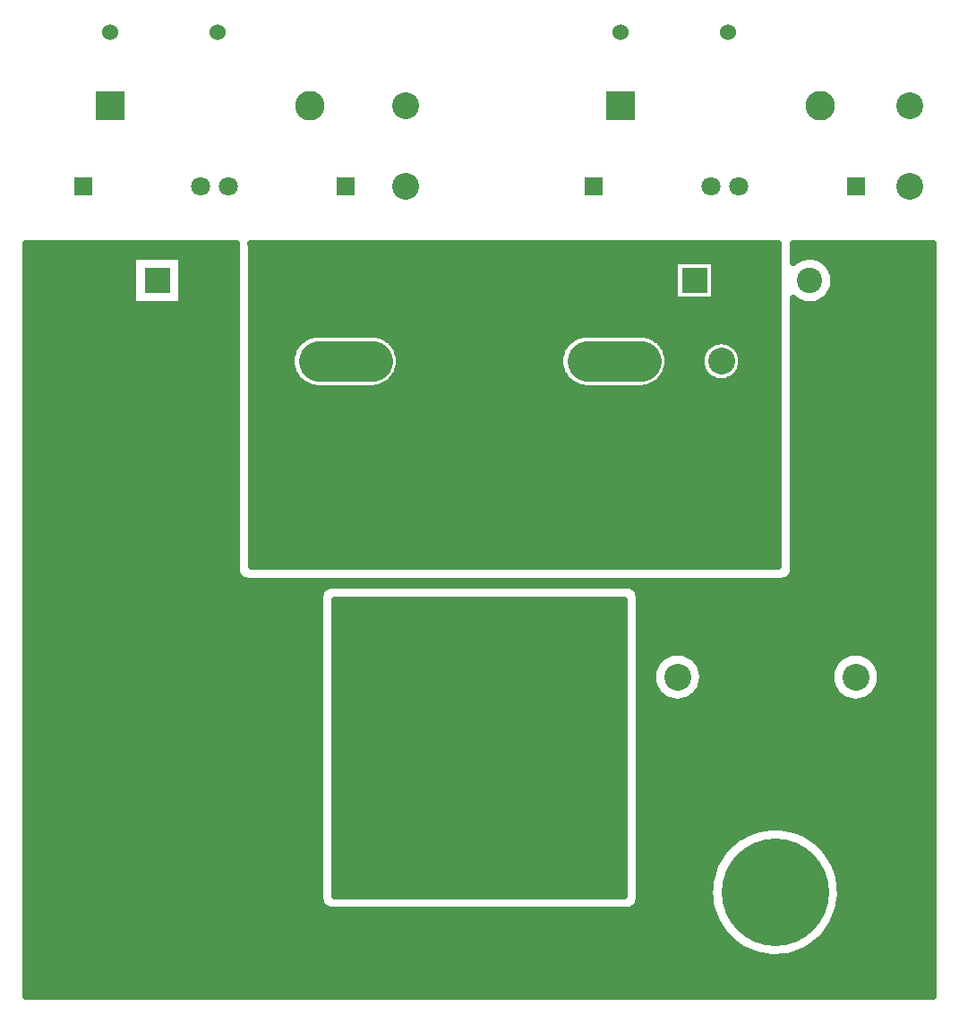
<source format=gbr>
G04 DipTrace 3.1.0.1*
G04 Top.gbr*
%MOIN*%
G04 #@! TF.FileFunction,Copper,L1,Top*
G04 #@! TF.Part,Single*
G04 #@! TA.AperFunction,Conductor*
%ADD13C,0.15*%
%ADD14C,0.012992*%
%ADD15C,0.2*%
%ADD17C,0.3*%
G04 #@! TA.AperFunction,CopperBalancing*
%ADD18C,0.025*%
G04 #@! TA.AperFunction,ComponentPad*
%ADD20R,0.070866X0.070866*%
%ADD21C,0.070866*%
%ADD22R,0.110236X0.110236*%
%ADD23C,0.110236*%
%ADD24C,0.1*%
%ADD25R,0.1X0.1*%
%ADD26C,0.4*%
%ADD27C,0.06*%
%ADD28C,0.06*%
%ADD29R,0.094488X0.094488*%
%ADD30C,0.094488*%
%FSLAX26Y26*%
G04*
G70*
G90*
G75*
G01*
G04 Top*
%LPD*%
X1594000Y2844000D2*
D13*
X1794000D1*
X1423134Y3144000D2*
D14*
X1994000D1*
X2094000Y3044000D1*
X3208567D1*
Y3144000D1*
X2094000Y2844000D2*
D15*
X2294000D1*
X1144000D2*
D14*
X1194000D1*
Y3158567D1*
X1208567Y3144000D1*
X1144000Y2844000D2*
Y1969000D1*
X1444000Y1669000D1*
X794000D2*
Y2744000D1*
X1194000Y3144000D1*
X1208567D1*
X1094000Y869000D2*
X644000D1*
Y1669000D1*
X794000D1*
X2594000Y2844000D2*
D13*
X2794000D1*
X1894000Y1669000D2*
D17*
X2194000D1*
Y1219000D1*
X2494000D1*
Y1669000D1*
X509018Y3256631D2*
D18*
X1285504D1*
X3365004D2*
X3878997D1*
X509018Y3231762D2*
X900753D1*
X1087256D2*
X1285504D1*
X3365004D2*
X3397575D1*
X3448686D2*
X3878997D1*
X509018Y3206894D2*
X900753D1*
X1087256D2*
X1285504D1*
X3491030D2*
X3878997D1*
X509018Y3182025D2*
X900753D1*
X1087256D2*
X1285504D1*
X3508039D2*
X3878997D1*
X509018Y3157156D2*
X900753D1*
X1087256D2*
X1285504D1*
X3515430D2*
X3878997D1*
X509018Y3132287D2*
X900753D1*
X1087256D2*
X1285504D1*
X3515610D2*
X3878997D1*
X509018Y3107419D2*
X900753D1*
X1087256D2*
X1285504D1*
X3508685D2*
X3878997D1*
X509018Y3082550D2*
X900753D1*
X1087256D2*
X1285504D1*
X3492394D2*
X3878997D1*
X509018Y3057681D2*
X900753D1*
X1087256D2*
X1285504D1*
X3365004D2*
X3392659D1*
X3453638D2*
X3878997D1*
X509018Y3032812D2*
X1285504D1*
X3365004D2*
X3878997D1*
X509018Y3007944D2*
X1285504D1*
X3365004D2*
X3878997D1*
X509018Y2983075D2*
X1285504D1*
X3365004D2*
X3878997D1*
X509018Y2958206D2*
X1285504D1*
X3365004D2*
X3878997D1*
X509018Y2933337D2*
X1285504D1*
X3365004D2*
X3878997D1*
X509018Y2908469D2*
X1285504D1*
X3365004D2*
X3878997D1*
X509018Y2883600D2*
X1285504D1*
X3365004D2*
X3878997D1*
X509018Y2858731D2*
X1285504D1*
X3365004D2*
X3878997D1*
X509018Y2833862D2*
X1285504D1*
X3365004D2*
X3878997D1*
X509018Y2808993D2*
X1285504D1*
X3365004D2*
X3878997D1*
X509018Y2784125D2*
X1285504D1*
X3365004D2*
X3878997D1*
X509018Y2759256D2*
X1285504D1*
X3365004D2*
X3878997D1*
X509018Y2734387D2*
X1285504D1*
X3365004D2*
X3878997D1*
X509018Y2709518D2*
X1285504D1*
X3365004D2*
X3878997D1*
X509018Y2684650D2*
X1285504D1*
X3365004D2*
X3878997D1*
X509018Y2659781D2*
X1285504D1*
X3365004D2*
X3878997D1*
X509018Y2634912D2*
X1285504D1*
X3365004D2*
X3878997D1*
X509018Y2610043D2*
X1285504D1*
X3365004D2*
X3878997D1*
X509018Y2585175D2*
X1285504D1*
X3365004D2*
X3878997D1*
X509018Y2560306D2*
X1285504D1*
X3365004D2*
X3878997D1*
X509018Y2535437D2*
X1285504D1*
X3365004D2*
X3878997D1*
X509018Y2510568D2*
X1285504D1*
X3365004D2*
X3878997D1*
X509018Y2485699D2*
X1285504D1*
X3365004D2*
X3878997D1*
X509018Y2460831D2*
X1285504D1*
X3365004D2*
X3878997D1*
X509018Y2435962D2*
X1285504D1*
X3365004D2*
X3878997D1*
X509018Y2411093D2*
X1285504D1*
X3365004D2*
X3878997D1*
X509018Y2386224D2*
X1285504D1*
X3365004D2*
X3878997D1*
X509018Y2361356D2*
X1285504D1*
X3365004D2*
X3878997D1*
X509018Y2336487D2*
X1285504D1*
X3365004D2*
X3878997D1*
X509018Y2311618D2*
X1285504D1*
X3365004D2*
X3878997D1*
X509018Y2286749D2*
X1285504D1*
X3365004D2*
X3878997D1*
X509018Y2261881D2*
X1285504D1*
X3365004D2*
X3878997D1*
X509018Y2237012D2*
X1285504D1*
X3365004D2*
X3878997D1*
X509018Y2212143D2*
X1285504D1*
X3365004D2*
X3878997D1*
X509018Y2187274D2*
X1285504D1*
X3365004D2*
X3878997D1*
X509018Y2162406D2*
X1285504D1*
X3365004D2*
X3878997D1*
X509018Y2137537D2*
X1285504D1*
X3365004D2*
X3878997D1*
X509018Y2112668D2*
X1285504D1*
X3365004D2*
X3878997D1*
X509018Y2087799D2*
X1285504D1*
X3365004D2*
X3878997D1*
X509018Y2062930D2*
X1285934D1*
X3364573D2*
X3878997D1*
X509018Y2038062D2*
X1298423D1*
X3352087D2*
X3878997D1*
X509018Y2013193D2*
X3878997D1*
X509018Y1988324D2*
X1602541D1*
X2785475D2*
X3878997D1*
X509018Y1963455D2*
X1597983D1*
X2789996D2*
X3878997D1*
X509018Y1938587D2*
X1597983D1*
X2789996D2*
X3878997D1*
X509018Y1913718D2*
X1597983D1*
X2789996D2*
X3878997D1*
X509018Y1888849D2*
X1597983D1*
X2789996D2*
X3878997D1*
X509018Y1863980D2*
X1597983D1*
X2789996D2*
X3878997D1*
X509018Y1839112D2*
X1597983D1*
X2789996D2*
X3878997D1*
X509018Y1814243D2*
X1597983D1*
X2789996D2*
X3878997D1*
X509018Y1789374D2*
X1597983D1*
X2789996D2*
X3878997D1*
X509018Y1764505D2*
X1597983D1*
X2789996D2*
X3878997D1*
X509018Y1739636D2*
X1597983D1*
X2789996D2*
X2867745D1*
X2995253D2*
X3530239D1*
X3657748D2*
X3878997D1*
X509018Y1714768D2*
X1597983D1*
X2789996D2*
X2847471D1*
X3015529D2*
X3509965D1*
X3678022D2*
X3878997D1*
X509018Y1689899D2*
X1597983D1*
X2789996D2*
X2837853D1*
X3025146D2*
X3500383D1*
X3687639D2*
X3878997D1*
X509018Y1665030D2*
X1597983D1*
X2789996D2*
X2835593D1*
X3027406D2*
X3498087D1*
X3689900D2*
X3878997D1*
X509018Y1640161D2*
X1597983D1*
X2789996D2*
X2840042D1*
X3022957D2*
X3502572D1*
X3685450D2*
X3878997D1*
X509018Y1615293D2*
X1597983D1*
X2789996D2*
X2852458D1*
X3010541D2*
X3514953D1*
X3673034D2*
X3878997D1*
X509018Y1590424D2*
X1597983D1*
X2789996D2*
X2878331D1*
X2984668D2*
X3540825D1*
X3647161D2*
X3878997D1*
X509018Y1565555D2*
X1597983D1*
X2789996D2*
X3878997D1*
X509018Y1540686D2*
X1597983D1*
X2789996D2*
X3878997D1*
X509018Y1515818D2*
X1597983D1*
X2789996D2*
X3878997D1*
X509018Y1490949D2*
X1597983D1*
X2789996D2*
X3878997D1*
X509018Y1466080D2*
X1597983D1*
X2789996D2*
X3878997D1*
X509018Y1441211D2*
X1597983D1*
X2789996D2*
X3878997D1*
X509018Y1416343D2*
X1597983D1*
X2789996D2*
X3878997D1*
X509018Y1391474D2*
X1597983D1*
X2789996D2*
X3878997D1*
X509018Y1366605D2*
X1597983D1*
X2789996D2*
X3878997D1*
X509018Y1341736D2*
X1597983D1*
X2789996D2*
X3878997D1*
X509018Y1316867D2*
X1597983D1*
X2789996D2*
X3878997D1*
X509018Y1291999D2*
X1597983D1*
X2789996D2*
X3878997D1*
X509018Y1267130D2*
X1597983D1*
X2789996D2*
X3878997D1*
X509018Y1242261D2*
X1597983D1*
X2789996D2*
X3878997D1*
X509018Y1217392D2*
X1597983D1*
X2789996D2*
X3878997D1*
X509018Y1192524D2*
X1597983D1*
X2789996D2*
X3878997D1*
X509018Y1167655D2*
X1597983D1*
X2789996D2*
X3878997D1*
X509018Y1142786D2*
X1597983D1*
X2789996D2*
X3878997D1*
X509018Y1117917D2*
X1597983D1*
X2789996D2*
X3878997D1*
X509018Y1093049D2*
X1597983D1*
X2789996D2*
X3196121D1*
X3391882D2*
X3878997D1*
X509018Y1068180D2*
X1597983D1*
X2789996D2*
X3151446D1*
X3436558D2*
X3878997D1*
X509018Y1043311D2*
X1597983D1*
X2789996D2*
X3121482D1*
X3466521D2*
X3878997D1*
X509018Y1018442D2*
X1597983D1*
X2789996D2*
X3099270D1*
X3488734D2*
X3878997D1*
X509018Y993573D2*
X1597983D1*
X2789996D2*
X3082261D1*
X3505706D2*
X3878997D1*
X509018Y968705D2*
X1597983D1*
X2789996D2*
X3069343D1*
X3518660D2*
X3878997D1*
X509018Y943836D2*
X1597983D1*
X2789996D2*
X3059798D1*
X3528206D2*
X3878997D1*
X509018Y918967D2*
X1597983D1*
X2789996D2*
X3053194D1*
X3534808D2*
X3878997D1*
X509018Y894098D2*
X1597983D1*
X2789996D2*
X3049283D1*
X3538719D2*
X3878997D1*
X509018Y869230D2*
X1597983D1*
X2789996D2*
X3047991D1*
X3540012D2*
X3878997D1*
X509018Y844361D2*
X1597983D1*
X2789996D2*
X3049248D1*
X3538756D2*
X3878997D1*
X509018Y819492D2*
X1605555D1*
X2782425D2*
X3053087D1*
X3534916D2*
X3878997D1*
X509018Y794623D2*
X3059654D1*
X3528349D2*
X3878997D1*
X509018Y769755D2*
X3069127D1*
X3518840D2*
X3878997D1*
X509018Y744886D2*
X3082009D1*
X3505993D2*
X3878997D1*
X509018Y720017D2*
X3098911D1*
X3489092D2*
X3878997D1*
X509018Y695148D2*
X3121016D1*
X3466987D2*
X3878997D1*
X509018Y670280D2*
X3150764D1*
X3437203D2*
X3878997D1*
X509018Y645411D2*
X3195081D1*
X3392923D2*
X3878997D1*
X509018Y620542D2*
X3878997D1*
X509018Y595673D2*
X3878997D1*
X509018Y570804D2*
X3878997D1*
X509018Y545936D2*
X3878997D1*
X509018Y521067D2*
X3878997D1*
X509018Y496198D2*
X3878997D1*
X3024711Y1661664D2*
X3023849Y1654374D1*
X3022416Y1647173D1*
X3020424Y1640106D1*
X3017883Y1633219D1*
X3014810Y1626552D1*
X3011222Y1620147D1*
X3007143Y1614042D1*
X3002598Y1608277D1*
X2997614Y1602886D1*
X2992223Y1597902D1*
X2986458Y1593357D1*
X2980353Y1589278D1*
X2973948Y1585690D1*
X2967281Y1582617D1*
X2960394Y1580076D1*
X2953327Y1578084D1*
X2946126Y1576651D1*
X2938836Y1575789D1*
X2931500Y1575500D1*
X2924164Y1575789D1*
X2916874Y1576651D1*
X2909673Y1578084D1*
X2902606Y1580076D1*
X2895719Y1582617D1*
X2889052Y1585690D1*
X2882647Y1589278D1*
X2876542Y1593357D1*
X2870777Y1597902D1*
X2865386Y1602886D1*
X2860402Y1608277D1*
X2855857Y1614042D1*
X2851778Y1620147D1*
X2848190Y1626552D1*
X2845117Y1633219D1*
X2842576Y1640106D1*
X2840584Y1647173D1*
X2839151Y1654374D1*
X2838289Y1661664D1*
X2838000Y1669000D1*
X2838289Y1676336D1*
X2839151Y1683626D1*
X2840584Y1690827D1*
X2842576Y1697894D1*
X2845117Y1704781D1*
X2848190Y1711448D1*
X2851778Y1717853D1*
X2855857Y1723958D1*
X2860402Y1729723D1*
X2865386Y1735114D1*
X2870777Y1740098D1*
X2876542Y1744643D1*
X2882647Y1748722D1*
X2889052Y1752310D1*
X2895719Y1755383D1*
X2902606Y1757924D1*
X2909673Y1759916D1*
X2916874Y1761349D1*
X2924164Y1762211D1*
X2931500Y1762500D1*
X2938836Y1762211D1*
X2946126Y1761349D1*
X2953327Y1759916D1*
X2960394Y1757924D1*
X2967281Y1755383D1*
X2973948Y1752310D1*
X2980353Y1748722D1*
X2986458Y1744643D1*
X2992223Y1740098D1*
X2997614Y1735114D1*
X3002598Y1729723D1*
X3007143Y1723958D1*
X3011222Y1717853D1*
X3014810Y1711448D1*
X3017883Y1704781D1*
X3020424Y1697894D1*
X3022416Y1690827D1*
X3023849Y1683626D1*
X3024711Y1676336D1*
X3025000Y1669000D1*
X3024711Y1661664D1*
X3687211D2*
X3686349Y1654374D1*
X3684916Y1647173D1*
X3682924Y1640106D1*
X3680383Y1633219D1*
X3677310Y1626552D1*
X3673722Y1620147D1*
X3669643Y1614042D1*
X3665098Y1608277D1*
X3660114Y1602886D1*
X3654723Y1597902D1*
X3648958Y1593357D1*
X3642853Y1589278D1*
X3636448Y1585690D1*
X3629781Y1582617D1*
X3622894Y1580076D1*
X3615827Y1578084D1*
X3608626Y1576651D1*
X3601336Y1575789D1*
X3594000Y1575500D1*
X3586664Y1575789D1*
X3579374Y1576651D1*
X3572173Y1578084D1*
X3565106Y1580076D1*
X3558219Y1582617D1*
X3551552Y1585690D1*
X3545147Y1589278D1*
X3539042Y1593357D1*
X3533277Y1597902D1*
X3527886Y1602886D1*
X3522902Y1608277D1*
X3518357Y1614042D1*
X3514278Y1620147D1*
X3510690Y1626552D1*
X3507617Y1633219D1*
X3505076Y1640106D1*
X3503084Y1647173D1*
X3501651Y1654374D1*
X3500789Y1661664D1*
X3500500Y1669000D1*
X3500789Y1676336D1*
X3501651Y1683626D1*
X3503084Y1690827D1*
X3505076Y1697894D1*
X3507617Y1704781D1*
X3510690Y1711448D1*
X3514278Y1717853D1*
X3518357Y1723958D1*
X3522902Y1729723D1*
X3527886Y1735114D1*
X3533277Y1740098D1*
X3539042Y1744643D1*
X3545147Y1748722D1*
X3551552Y1752310D1*
X3558219Y1755383D1*
X3565106Y1757924D1*
X3572173Y1759916D1*
X3579374Y1761349D1*
X3586664Y1762211D1*
X3594000Y1762500D1*
X3601336Y1762211D1*
X3608626Y1761349D1*
X3615827Y1759916D1*
X3622894Y1757924D1*
X3629781Y1755383D1*
X3636448Y1752310D1*
X3642853Y1748722D1*
X3648958Y1744643D1*
X3654723Y1740098D1*
X3660114Y1735114D1*
X3665098Y1729723D1*
X3669643Y1723958D1*
X3673722Y1717853D1*
X3677310Y1711448D1*
X3680383Y1704781D1*
X3682924Y1697894D1*
X3684916Y1690827D1*
X3686349Y1683626D1*
X3687211Y1676336D1*
X3687500Y1669000D1*
X3687211Y1661664D1*
X3537327Y859816D2*
X3535942Y841500D1*
X3533181Y823340D1*
X3529058Y805441D1*
X3523598Y787903D1*
X3516832Y770825D1*
X3508798Y754307D1*
X3499541Y738442D1*
X3489114Y723320D1*
X3477577Y709026D1*
X3464996Y695643D1*
X3451442Y683247D1*
X3436992Y671907D1*
X3421728Y661689D1*
X3405738Y652651D1*
X3389110Y644844D1*
X3371942Y638311D1*
X3354332Y633092D1*
X3336377Y629215D1*
X3318181Y626703D1*
X3299848Y625571D1*
X3281482Y625822D1*
X3263186Y627458D1*
X3245066Y630467D1*
X3227224Y634835D1*
X3209762Y640535D1*
X3192781Y647534D1*
X3176374Y655795D1*
X3160638Y665268D1*
X3145659Y675902D1*
X3131525Y687633D1*
X3118316Y700396D1*
X3106106Y714119D1*
X3094966Y728723D1*
X3084958Y744126D1*
X3076139Y760239D1*
X3068560Y776971D1*
X3062265Y794227D1*
X3057287Y811908D1*
X3053657Y829913D1*
X3051395Y848142D1*
X3050513Y866490D1*
X3051017Y884850D1*
X3052903Y903122D1*
X3056161Y921199D1*
X3060772Y938979D1*
X3066711Y956361D1*
X3073944Y973245D1*
X3082428Y989537D1*
X3092115Y1005143D1*
X3102953Y1019974D1*
X3114877Y1033946D1*
X3127820Y1046979D1*
X3141709Y1058999D1*
X3156465Y1069938D1*
X3172003Y1079735D1*
X3188235Y1088331D1*
X3205070Y1095680D1*
X3222409Y1101739D1*
X3240157Y1106472D1*
X3258213Y1109856D1*
X3276470Y1111869D1*
X3294827Y1112499D1*
X3313180Y1111743D1*
X3331424Y1109608D1*
X3349454Y1106101D1*
X3367169Y1101247D1*
X3384469Y1095070D1*
X3401252Y1087608D1*
X3417427Y1078900D1*
X3432898Y1069000D1*
X3447579Y1057961D1*
X3461386Y1045845D1*
X3474240Y1032724D1*
X3486070Y1018672D1*
X3496804Y1003768D1*
X3506387Y988097D1*
X3514760Y971748D1*
X3521878Y954815D1*
X3527698Y937392D1*
X3532189Y919581D1*
X3535324Y901483D1*
X3537085Y883199D1*
X3537500Y869000D1*
X3537327Y859816D1*
X912442Y3234744D2*
X1084744D1*
Y3053256D1*
X903256D1*
Y3234744D1*
X912442D1*
X3513598Y3136881D2*
X3512761Y3129804D1*
X3511370Y3122816D1*
X3509437Y3115958D1*
X3506970Y3109274D1*
X3503987Y3102803D1*
X3500507Y3096587D1*
X3496547Y3090661D1*
X3492136Y3085067D1*
X3487299Y3079835D1*
X3482067Y3074997D1*
X3476472Y3070587D1*
X3470547Y3066627D1*
X3464331Y3063147D1*
X3457860Y3060164D1*
X3451176Y3057697D1*
X3444318Y3055764D1*
X3437329Y3054373D1*
X3430253Y3053535D1*
X3423134Y3053256D1*
X3416014Y3053535D1*
X3408938Y3054373D1*
X3401950Y3055764D1*
X3395092Y3057697D1*
X3388408Y3060164D1*
X3381937Y3063147D1*
X3375720Y3066627D1*
X3369795Y3070587D1*
X3362504Y3076566D1*
X3362366Y2065587D1*
X3361298Y2058845D1*
X3359189Y2052353D1*
X3356091Y2046272D1*
X3352077Y2040749D1*
X3347251Y2035923D1*
X3341728Y2031909D1*
X3335647Y2028811D1*
X3329155Y2026702D1*
X3322413Y2025634D1*
X3282255Y2025500D1*
X1328087Y2025634D1*
X1321345Y2026702D1*
X1314853Y2028811D1*
X1308772Y2031909D1*
X1303249Y2035923D1*
X1298423Y2040749D1*
X1294409Y2046272D1*
X1291311Y2052353D1*
X1289202Y2058845D1*
X1288134Y2065587D1*
X1288000Y2105745D1*
Y3281528D1*
X506497Y3281500D1*
X506500Y481505D1*
X3881503Y481500D1*
X3881500Y3281495D1*
X3362520Y3281500D1*
X3362500Y3211503D1*
X3369795Y3217413D1*
X3375720Y3221373D1*
X3381937Y3224853D1*
X3388408Y3227836D1*
X3395092Y3230303D1*
X3401950Y3232236D1*
X3408938Y3233627D1*
X3416014Y3234465D1*
X3423134Y3234744D1*
X3430253Y3234465D1*
X3437329Y3233627D1*
X3444318Y3232236D1*
X3451176Y3230303D1*
X3457860Y3227836D1*
X3464331Y3224853D1*
X3470547Y3221373D1*
X3476472Y3217413D1*
X3482067Y3213003D1*
X3487299Y3208165D1*
X3492136Y3202933D1*
X3496547Y3197339D1*
X3500507Y3191413D1*
X3503987Y3185197D1*
X3506970Y3178726D1*
X3509437Y3172042D1*
X3511370Y3165184D1*
X3512761Y3158196D1*
X3513598Y3151119D1*
X3513878Y3144000D1*
X3513598Y3136881D1*
X1600500Y844035D2*
X1600634Y1972413D1*
X1601702Y1979155D1*
X1603811Y1985647D1*
X1606909Y1991728D1*
X1610923Y1997251D1*
X1615749Y2002077D1*
X1621272Y2006091D1*
X1627353Y2009189D1*
X1633845Y2011298D1*
X1640587Y2012366D1*
X1680745Y2012500D1*
X2747413Y2012366D1*
X2754155Y2011298D1*
X2760647Y2009189D1*
X2766728Y2006091D1*
X2772251Y2002077D1*
X2777077Y1997251D1*
X2781091Y1991728D1*
X2784189Y1985647D1*
X2786298Y1979155D1*
X2787366Y1972413D1*
X2787500Y1932255D1*
X2787366Y840587D1*
X2786298Y833845D1*
X2784189Y827353D1*
X2781091Y821272D1*
X2777077Y815749D1*
X2772251Y810923D1*
X2766728Y806909D1*
X2760647Y803811D1*
X2754155Y801702D1*
X2747413Y800634D1*
X2707255Y800500D1*
X1640587Y800634D1*
X1633845Y801702D1*
X1627353Y803811D1*
X1621272Y806909D1*
X1615749Y810923D1*
X1610923Y815749D1*
X1606909Y821272D1*
X1603811Y827353D1*
X1601702Y833845D1*
X1600634Y840587D1*
X1600500Y844013D1*
X1346518Y3256631D2*
X3303988D1*
X1346518Y3231762D2*
X3303988D1*
X1346518Y3206894D2*
X2917766D1*
X3070251D2*
X3303988D1*
X1346518Y3182025D2*
X2917766D1*
X3070251D2*
X3303988D1*
X1346518Y3157156D2*
X2917766D1*
X3070251D2*
X3303988D1*
X1346518Y3132287D2*
X2917766D1*
X3070251D2*
X3303988D1*
X1346518Y3107419D2*
X2917766D1*
X3070251D2*
X3303988D1*
X1346518Y3082550D2*
X2917766D1*
X3070251D2*
X3303988D1*
X1346518Y3057681D2*
X3303988D1*
X1346518Y3032812D2*
X3303988D1*
X1346518Y3007944D2*
X3303988D1*
X1346518Y2983075D2*
X3303988D1*
X1346518Y2958206D2*
X3303988D1*
X1346518Y2933337D2*
X1543331D1*
X1844663D2*
X2543315D1*
X2844682D2*
X3303988D1*
X1346518Y2908469D2*
X1513115D1*
X1874912D2*
X2513101D1*
X2874898D2*
X3050323D1*
X3137677D2*
X3303988D1*
X1346518Y2883600D2*
X1498045D1*
X1889948D2*
X2498029D1*
X2889969D2*
X3026029D1*
X3161971D2*
X3303988D1*
X1346518Y2858731D2*
X1491083D1*
X1896909D2*
X2491068D1*
X2896930D2*
X3016449D1*
X3171551D2*
X3303988D1*
X1346518Y2833862D2*
X1490509D1*
X1897484D2*
X2490493D1*
X2897504D2*
X3015659D1*
X3172341D2*
X3303988D1*
X1346518Y2808993D2*
X1496215D1*
X1891778D2*
X2496235D1*
X2891762D2*
X3023482D1*
X3164518D2*
X3303988D1*
X1346518Y2784125D2*
X1509528D1*
X1878465D2*
X2509549D1*
X2878450D2*
X3043900D1*
X3144100D2*
X3303988D1*
X1346518Y2759256D2*
X1535651D1*
X1852378D2*
X2535636D1*
X2852362D2*
X3303988D1*
X1346518Y2734387D2*
X3303988D1*
X1346518Y2709518D2*
X3303988D1*
X1346518Y2684650D2*
X3303988D1*
X1346518Y2659781D2*
X3303988D1*
X1346518Y2634912D2*
X3303988D1*
X1346518Y2610043D2*
X3303988D1*
X1346518Y2585175D2*
X3303988D1*
X1346518Y2560306D2*
X3303988D1*
X1346518Y2535437D2*
X3303988D1*
X1346518Y2510568D2*
X3303988D1*
X1346518Y2485699D2*
X3303988D1*
X1346518Y2460831D2*
X3303988D1*
X1346518Y2435962D2*
X3303988D1*
X1346518Y2411093D2*
X3303988D1*
X1346518Y2386224D2*
X3303988D1*
X1346518Y2361356D2*
X3303988D1*
X1346518Y2336487D2*
X3303988D1*
X1346518Y2311618D2*
X3303988D1*
X1346518Y2286749D2*
X3303988D1*
X1346518Y2261881D2*
X3303988D1*
X1346518Y2237012D2*
X3303988D1*
X1346518Y2212143D2*
X3303988D1*
X1346518Y2187274D2*
X3303988D1*
X1346518Y2162406D2*
X3303988D1*
X1346518Y2137537D2*
X3303988D1*
X1346518Y2112668D2*
X3303988D1*
X1346518Y2087799D2*
X3303988D1*
X1860714Y2920500D2*
X1870500D1*
Y2910703D1*
X1876115Y2903660D1*
X1880543Y2897034D1*
X1884437Y2890080D1*
X1887774Y2882843D1*
X1890533Y2875365D1*
X1892696Y2867694D1*
X1894251Y2859878D1*
X1895188Y2851963D1*
X1895500Y2844000D1*
X1895188Y2836037D1*
X1894251Y2828122D1*
X1892696Y2820306D1*
X1890533Y2812635D1*
X1887774Y2805157D1*
X1884437Y2797920D1*
X1880543Y2790966D1*
X1876115Y2784340D1*
X1870484Y2777327D1*
X1870500Y2767500D1*
X1860703D1*
X1853660Y2761885D1*
X1847034Y2757457D1*
X1840080Y2753563D1*
X1832843Y2750226D1*
X1825365Y2747467D1*
X1817694Y2745304D1*
X1809878Y2743749D1*
X1801963Y2742812D1*
X1784814Y2742500D1*
X1594000D1*
X1586037Y2742812D1*
X1578122Y2743749D1*
X1570306Y2745304D1*
X1562635Y2747467D1*
X1555157Y2750226D1*
X1547920Y2753563D1*
X1540966Y2757457D1*
X1534340Y2761885D1*
X1528081Y2766819D1*
X1522228Y2772228D1*
X1516819Y2778081D1*
X1511885Y2784340D1*
X1507457Y2790966D1*
X1503563Y2797920D1*
X1500226Y2805157D1*
X1497467Y2812635D1*
X1495304Y2820306D1*
X1493749Y2828122D1*
X1492812Y2836037D1*
X1492500Y2844000D1*
X1492812Y2851963D1*
X1493749Y2859878D1*
X1495304Y2867694D1*
X1497467Y2875365D1*
X1500226Y2882843D1*
X1503563Y2890080D1*
X1507457Y2897034D1*
X1511885Y2903660D1*
X1516819Y2909919D1*
X1522228Y2915772D1*
X1528081Y2921181D1*
X1534340Y2926115D1*
X1540966Y2930543D1*
X1547920Y2934437D1*
X1555157Y2937774D1*
X1562635Y2940533D1*
X1570306Y2942696D1*
X1578122Y2944251D1*
X1586037Y2945188D1*
X1603186Y2945500D1*
X1794000D1*
X1801963Y2945188D1*
X1809878Y2944251D1*
X1817694Y2942696D1*
X1825365Y2940533D1*
X1832843Y2937774D1*
X1840080Y2934437D1*
X1847034Y2930543D1*
X1853660Y2926115D1*
X1860673Y2920484D1*
X3170264Y2837997D2*
X3169558Y2832033D1*
X3168386Y2826142D1*
X3166756Y2820360D1*
X3164677Y2814724D1*
X3162161Y2809270D1*
X3159227Y2804029D1*
X3155890Y2799034D1*
X3152171Y2794318D1*
X3148093Y2789907D1*
X3143682Y2785829D1*
X3138966Y2782110D1*
X3133971Y2778773D1*
X3128730Y2775839D1*
X3123276Y2773323D1*
X3117640Y2771244D1*
X3111858Y2769614D1*
X3105967Y2768442D1*
X3100003Y2767736D1*
X3094000Y2767500D1*
X3087997Y2767736D1*
X3082033Y2768442D1*
X3076142Y2769614D1*
X3070360Y2771244D1*
X3064724Y2773323D1*
X3059270Y2775839D1*
X3054029Y2778773D1*
X3049034Y2782110D1*
X3044318Y2785829D1*
X3039907Y2789907D1*
X3035829Y2794318D1*
X3032110Y2799034D1*
X3028773Y2804029D1*
X3025839Y2809270D1*
X3023323Y2814724D1*
X3021244Y2820360D1*
X3019614Y2826142D1*
X3018442Y2832033D1*
X3017736Y2837997D1*
X3017500Y2844000D1*
X3017736Y2850003D1*
X3018442Y2855967D1*
X3019614Y2861858D1*
X3021244Y2867640D1*
X3023323Y2873276D1*
X3025839Y2878730D1*
X3028773Y2883971D1*
X3032110Y2888966D1*
X3035829Y2893682D1*
X3039907Y2898093D1*
X3044318Y2902171D1*
X3049034Y2905890D1*
X3054029Y2909227D1*
X3059270Y2912161D1*
X3064724Y2914677D1*
X3070360Y2916756D1*
X3076142Y2918386D1*
X3082033Y2919558D1*
X3087997Y2920264D1*
X3094000Y2920500D1*
X3100003Y2920264D1*
X3105967Y2919558D1*
X3111858Y2918386D1*
X3117640Y2916756D1*
X3123276Y2914677D1*
X3128730Y2912161D1*
X3133971Y2909227D1*
X3138966Y2905890D1*
X3143682Y2902171D1*
X3148093Y2898093D1*
X3152171Y2893682D1*
X3155890Y2888966D1*
X3159227Y2883971D1*
X3162161Y2878730D1*
X3164677Y2873276D1*
X3166756Y2867640D1*
X3168386Y2861858D1*
X3169558Y2855967D1*
X3170264Y2850003D1*
X3170500Y2844000D1*
X3170264Y2837997D1*
X2860714Y2920500D2*
X2870500D1*
Y2910703D1*
X2876115Y2903660D1*
X2880543Y2897034D1*
X2884437Y2890080D1*
X2887774Y2882843D1*
X2890533Y2875365D1*
X2892696Y2867694D1*
X2894251Y2859878D1*
X2895188Y2851963D1*
X2895500Y2844000D1*
X2895188Y2836037D1*
X2894251Y2828122D1*
X2892696Y2820306D1*
X2890533Y2812635D1*
X2887774Y2805157D1*
X2884437Y2797920D1*
X2880543Y2790966D1*
X2876115Y2784340D1*
X2870484Y2777327D1*
X2870500Y2767500D1*
X2860703D1*
X2853660Y2761885D1*
X2847034Y2757457D1*
X2840080Y2753563D1*
X2832843Y2750226D1*
X2825365Y2747467D1*
X2817694Y2745304D1*
X2809878Y2743749D1*
X2801963Y2742812D1*
X2784814Y2742500D1*
X2594000D1*
X2586037Y2742812D1*
X2578122Y2743749D1*
X2570306Y2745304D1*
X2562635Y2747467D1*
X2555157Y2750226D1*
X2547920Y2753563D1*
X2540966Y2757457D1*
X2534340Y2761885D1*
X2528081Y2766819D1*
X2522228Y2772228D1*
X2516819Y2778081D1*
X2511885Y2784340D1*
X2507457Y2790966D1*
X2503563Y2797920D1*
X2500226Y2805157D1*
X2497467Y2812635D1*
X2495304Y2820306D1*
X2493749Y2828122D1*
X2492812Y2836037D1*
X2492500Y2844000D1*
X2492812Y2851963D1*
X2493749Y2859878D1*
X2495304Y2867694D1*
X2497467Y2875365D1*
X2500226Y2882843D1*
X2503563Y2890080D1*
X2507457Y2897034D1*
X2511885Y2903660D1*
X2516819Y2909919D1*
X2522228Y2915772D1*
X2528081Y2921181D1*
X2534340Y2926115D1*
X2540966Y2930543D1*
X2547920Y2934437D1*
X2555157Y2937774D1*
X2562635Y2940533D1*
X2570306Y2942696D1*
X2578122Y2944251D1*
X2586037Y2945188D1*
X2603186Y2945500D1*
X2794000D1*
X2801963Y2945188D1*
X2809878Y2944251D1*
X2817694Y2942696D1*
X2825365Y2940533D1*
X2832843Y2937774D1*
X2840080Y2934437D1*
X2847034Y2930543D1*
X2853660Y2926115D1*
X2860673Y2920484D1*
X2929442Y3217744D2*
X3067744D1*
Y3070256D1*
X2920256D1*
Y3217744D1*
X2929442D1*
X1344000Y3281476D2*
Y2081488D1*
X3306466Y2081500D1*
X3306500Y3281469D1*
X1343970Y3281500D1*
X1659018Y1931631D2*
X2729000D1*
X1659018Y1906762D2*
X2729000D1*
X1659018Y1881894D2*
X2729000D1*
X1659018Y1857025D2*
X2729000D1*
X1659018Y1832156D2*
X2729000D1*
X1659018Y1807287D2*
X2729000D1*
X1659018Y1782419D2*
X2729000D1*
X1659018Y1757550D2*
X2729000D1*
X1659018Y1732681D2*
X2729000D1*
X1659018Y1707812D2*
X2729000D1*
X1659018Y1682944D2*
X2729000D1*
X1659018Y1658075D2*
X2729000D1*
X1659018Y1633206D2*
X2729000D1*
X1659018Y1608337D2*
X2729000D1*
X1659018Y1583469D2*
X2729000D1*
X1659018Y1558600D2*
X2729000D1*
X1659018Y1533731D2*
X2729000D1*
X1659018Y1508862D2*
X2729000D1*
X1659018Y1483993D2*
X2729000D1*
X1659018Y1459125D2*
X2729000D1*
X1659018Y1434256D2*
X2729000D1*
X1659018Y1409387D2*
X2729000D1*
X1659018Y1384518D2*
X2729000D1*
X1659018Y1359650D2*
X2729000D1*
X1659018Y1334781D2*
X2729000D1*
X1659018Y1309912D2*
X2729000D1*
X1659018Y1285043D2*
X2729000D1*
X1659018Y1260175D2*
X2729000D1*
X1659018Y1235306D2*
X2729000D1*
X1659018Y1210437D2*
X2729000D1*
X1659018Y1185568D2*
X2729000D1*
X1659018Y1160699D2*
X2729000D1*
X1659018Y1135831D2*
X2729000D1*
X1659018Y1110962D2*
X2729000D1*
X1659018Y1086093D2*
X2729000D1*
X1659018Y1061224D2*
X2729000D1*
X1659018Y1036356D2*
X2729000D1*
X1659018Y1011487D2*
X2729000D1*
X1659018Y986618D2*
X2729000D1*
X1659018Y961749D2*
X2729000D1*
X1659018Y936881D2*
X2729000D1*
X1659018Y912012D2*
X2729000D1*
X1659018Y887143D2*
X2729000D1*
X1659018Y862274D2*
X2729000D1*
X1656500Y1956476D2*
Y856483D1*
X2731470Y856500D1*
X2731500Y1956517D1*
X1656530Y1956500D1*
D20*
X719000Y3494000D3*
D21*
X1154039D3*
D20*
X1694000D3*
D21*
X1258961D3*
D20*
X2619000D3*
D21*
X3054039D3*
D20*
X3594000D3*
D21*
X3158961D3*
D22*
X2719000Y3794000D3*
D23*
X3460732D3*
D22*
X819000D3*
D23*
X1560732D3*
D24*
X1594000Y2844000D3*
D25*
X1144000D3*
D24*
X2094000D3*
D25*
X1794000D3*
D24*
X2594000D3*
D25*
X2294000D3*
D24*
X3094000D3*
D25*
X2794000D3*
D24*
X1444000Y1669000D3*
X2931500D3*
X1919000Y3794000D3*
X3794000Y3494000D3*
D26*
X2194000Y2419000D3*
Y1219000D3*
D24*
X1894000Y1669000D3*
X794000D3*
X3594000D3*
X2494000D3*
D26*
X1094000Y869000D3*
X3294000D3*
D24*
X1919000Y3494000D3*
X3794000Y3794000D3*
D27*
X1219000Y4069000D3*
D28*
X819000D3*
D27*
X3119000D3*
D28*
X2719000D3*
D29*
X994000Y3144000D3*
D30*
X1208567D3*
X1423134D3*
D29*
X2994000D3*
D30*
X3208567D3*
X3423134D3*
M02*

</source>
